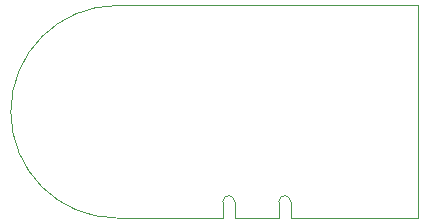
<source format=gm1>
G04*
G04 #@! TF.GenerationSoftware,Altium Limited,Altium Designer,23.6.0 (18)*
G04*
G04 Layer_Color=16711935*
%FSLAX44Y44*%
%MOMM*%
G71*
G04*
G04 #@! TF.SameCoordinates,CC53E28F-54C9-42A3-9587-E9B5384F7771*
G04*
G04*
G04 #@! TF.FilePolarity,Positive*
G04*
G01*
G75*
%ADD10C,0.1000*%
D10*
X331862Y119000D02*
G03*
X326862Y114000I0J-5000D01*
G01*
X336862D02*
G03*
X331862Y119000I-5000J0D01*
G01*
X289462Y114000D02*
G03*
X284462Y119000I-5000J0D01*
G01*
D02*
G03*
X279462Y114000I0J-5000D01*
G01*
X190000Y280000D02*
G03*
X190000Y100000I0J-90000D01*
G01*
X326862D02*
Y114000D01*
X336862D02*
X336862Y100000D01*
X289462D02*
Y114000D01*
Y100000D02*
X308162D01*
X279462D02*
Y114000D01*
X336862Y100000D02*
X368162D01*
X308162D02*
X326862D01*
X248162D02*
X279462D01*
X445000D02*
Y280000D01*
X368162Y100000D02*
X445000D01*
X190000D02*
X248162D01*
X190000Y280000D02*
X445000Y280000D01*
M02*

</source>
